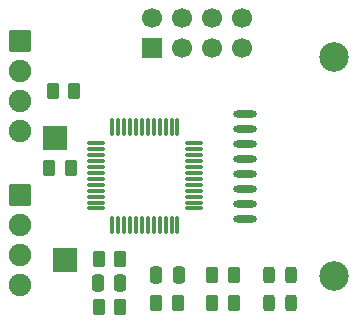
<source format=gbr>
%TF.GenerationSoftware,KiCad,Pcbnew,9.0.1*%
%TF.CreationDate,2025-08-08T13:48:55+02:00*%
%TF.ProjectId,ventilation,76656e74-696c-4617-9469-6f6e2e6b6963,rev?*%
%TF.SameCoordinates,Original*%
%TF.FileFunction,Soldermask,Top*%
%TF.FilePolarity,Negative*%
%FSLAX46Y46*%
G04 Gerber Fmt 4.6, Leading zero omitted, Abs format (unit mm)*
G04 Created by KiCad (PCBNEW 9.0.1) date 2025-08-08 13:48:55*
%MOMM*%
%LPD*%
G01*
G04 APERTURE LIST*
G04 Aperture macros list*
%AMRoundRect*
0 Rectangle with rounded corners*
0 $1 Rounding radius*
0 $2 $3 $4 $5 $6 $7 $8 $9 X,Y pos of 4 corners*
0 Add a 4 corners polygon primitive as box body*
4,1,4,$2,$3,$4,$5,$6,$7,$8,$9,$2,$3,0*
0 Add four circle primitives for the rounded corners*
1,1,$1+$1,$2,$3*
1,1,$1+$1,$4,$5*
1,1,$1+$1,$6,$7*
1,1,$1+$1,$8,$9*
0 Add four rect primitives between the rounded corners*
20,1,$1+$1,$2,$3,$4,$5,0*
20,1,$1+$1,$4,$5,$6,$7,0*
20,1,$1+$1,$6,$7,$8,$9,0*
20,1,$1+$1,$8,$9,$2,$3,0*%
G04 Aperture macros list end*
%ADD10R,2.000000X2.000000*%
%ADD11R,1.700000X1.700000*%
%ADD12C,1.700000*%
%ADD13RoundRect,0.250000X0.262500X0.450000X-0.262500X0.450000X-0.262500X-0.450000X0.262500X-0.450000X0*%
%ADD14RoundRect,0.243750X-0.243750X-0.456250X0.243750X-0.456250X0.243750X0.456250X-0.243750X0.456250X0*%
%ADD15RoundRect,0.250000X0.250000X0.475000X-0.250000X0.475000X-0.250000X-0.475000X0.250000X-0.475000X0*%
%ADD16RoundRect,0.285750X-0.666750X-0.666750X0.666750X-0.666750X0.666750X0.666750X-0.666750X0.666750X0*%
%ADD17C,1.905000*%
%ADD18RoundRect,0.250000X-0.250000X-0.475000X0.250000X-0.475000X0.250000X0.475000X-0.250000X0.475000X0*%
%ADD19O,2.000000X0.600000*%
%ADD20C,2.500000*%
%ADD21RoundRect,0.075000X0.075000X-0.662500X0.075000X0.662500X-0.075000X0.662500X-0.075000X-0.662500X0*%
%ADD22RoundRect,0.075000X0.662500X-0.075000X0.662500X0.075000X-0.662500X0.075000X-0.662500X-0.075000X0*%
%ADD23RoundRect,0.250000X-0.262500X-0.450000X0.262500X-0.450000X0.262500X0.450000X-0.262500X0.450000X0*%
G04 APERTURE END LIST*
D10*
%TO.C,Reset1*%
X168600000Y-96400000D03*
%TD*%
D11*
%TO.C,J4*%
X176020000Y-78440000D03*
D12*
X176020000Y-75900000D03*
X178560000Y-78440000D03*
X178560000Y-75900000D03*
X181100000Y-78440000D03*
X181100000Y-75900000D03*
X183640000Y-78440000D03*
X183640000Y-75900000D03*
%TD*%
D10*
%TO.C,Boot1*%
X167800000Y-86100000D03*
%TD*%
D13*
%TO.C,R5*%
X182912500Y-97655000D03*
X181087500Y-97655000D03*
%TD*%
D14*
%TO.C,D2*%
X185862500Y-97700000D03*
X187737500Y-97700000D03*
%TD*%
D13*
%TO.C,R7*%
X173292500Y-100400000D03*
X171467500Y-100400000D03*
%TD*%
D15*
%TO.C,C9*%
X178250000Y-97685000D03*
X176350000Y-97685000D03*
%TD*%
D14*
%TO.C,D1*%
X185862500Y-100085000D03*
X187737500Y-100085000D03*
%TD*%
D13*
%TO.C,R8*%
X178200000Y-100040000D03*
X176375000Y-100040000D03*
%TD*%
%TO.C,R1*%
X173292500Y-96300000D03*
X171467500Y-96300000D03*
%TD*%
D16*
%TO.C,J2*%
X164800000Y-77880000D03*
D17*
X164800000Y-80420000D03*
X164800000Y-82960000D03*
X164800000Y-85500000D03*
%TD*%
D18*
%TO.C,C6*%
X171410000Y-98350000D03*
X173310000Y-98350000D03*
%TD*%
D19*
%TO.C,NRF1*%
X183862500Y-84060000D03*
X183862500Y-85330000D03*
X183862500Y-86600000D03*
X183862500Y-87870000D03*
X183862500Y-89140000D03*
X183862500Y-90410000D03*
X183862500Y-91680000D03*
X183862500Y-92950000D03*
%TD*%
D20*
%TO.C,H2*%
X191400000Y-97800000D03*
%TD*%
D13*
%TO.C,R4*%
X182912500Y-100040000D03*
X181087500Y-100040000D03*
%TD*%
%TO.C,R2*%
X169112500Y-88600000D03*
X167287500Y-88600000D03*
%TD*%
D20*
%TO.C,H1*%
X191400000Y-79200000D03*
%TD*%
D21*
%TO.C,U1*%
X172650000Y-93462500D03*
X173150000Y-93462500D03*
X173650000Y-93462500D03*
X174150000Y-93462500D03*
X174650000Y-93462500D03*
X175150000Y-93462500D03*
X175650000Y-93462500D03*
X176150000Y-93462500D03*
X176650000Y-93462500D03*
X177150000Y-93462500D03*
X177650000Y-93462500D03*
X178150000Y-93462500D03*
D22*
X179562500Y-92050000D03*
X179562500Y-91550000D03*
X179562500Y-91050000D03*
X179562500Y-90550000D03*
X179562500Y-90050000D03*
X179562500Y-89550000D03*
X179562500Y-89050000D03*
X179562500Y-88550000D03*
X179562500Y-88050000D03*
X179562500Y-87550000D03*
X179562500Y-87050000D03*
X179562500Y-86550000D03*
D21*
X178150000Y-85137500D03*
X177650000Y-85137500D03*
X177150000Y-85137500D03*
X176650000Y-85137500D03*
X176150000Y-85137500D03*
X175650000Y-85137500D03*
X175150000Y-85137500D03*
X174650000Y-85137500D03*
X174150000Y-85137500D03*
X173650000Y-85137500D03*
X173150000Y-85137500D03*
X172650000Y-85137500D03*
D22*
X171237500Y-86550000D03*
X171237500Y-87050000D03*
X171237500Y-87550000D03*
X171237500Y-88050000D03*
X171237500Y-88550000D03*
X171237500Y-89050000D03*
X171237500Y-89550000D03*
X171237500Y-90050000D03*
X171237500Y-90550000D03*
X171237500Y-91050000D03*
X171237500Y-91550000D03*
X171237500Y-92050000D03*
%TD*%
D23*
%TO.C,R11*%
X167587500Y-82100000D03*
X169412500Y-82100000D03*
%TD*%
D16*
%TO.C,J3*%
X164800000Y-90890000D03*
D17*
X164800000Y-93430000D03*
X164800000Y-95970000D03*
X164800000Y-98510000D03*
%TD*%
M02*

</source>
